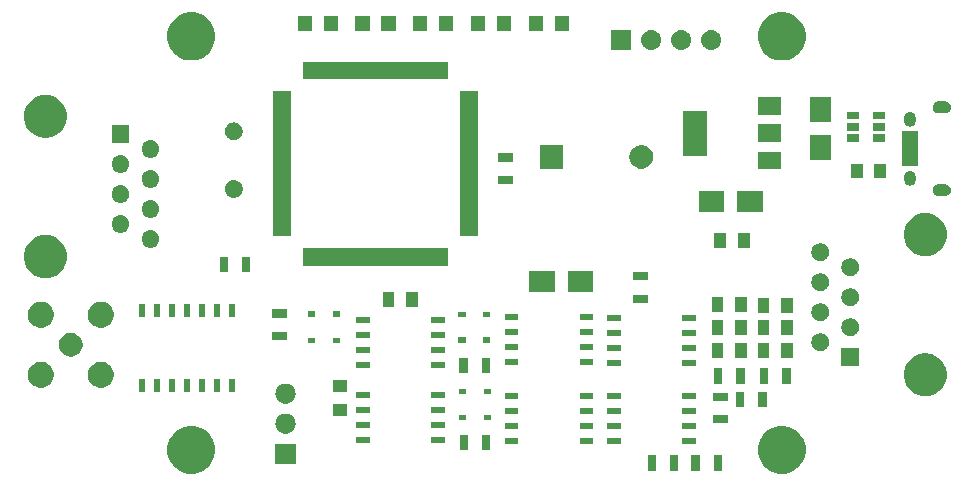
<source format=gts>
G04 #@! TF.GenerationSoftware,KiCad,Pcbnew,5.0.1*
G04 #@! TF.CreationDate,2019-03-19T18:21:43+03:00*
G04 #@! TF.ProjectId,gps-timestamper,6770732D74696D657374616D7065722E,rev?*
G04 #@! TF.SameCoordinates,Original*
G04 #@! TF.FileFunction,Soldermask,Top*
G04 #@! TF.FilePolarity,Negative*
%FSLAX46Y46*%
G04 Gerber Fmt 4.6, Leading zero omitted, Abs format (unit mm)*
G04 Created by KiCad (PCBNEW 5.0.1) date Вт 19 мар 2019 18:21:43*
%MOMM*%
%LPD*%
G01*
G04 APERTURE LIST*
%ADD10C,0.100000*%
G04 APERTURE END LIST*
D10*
G36*
X88592712Y-58546088D02*
X88962510Y-58699263D01*
X88962513Y-58699265D01*
X89295325Y-58921643D01*
X89578357Y-59204675D01*
X89709537Y-59401000D01*
X89800737Y-59537490D01*
X89953912Y-59907288D01*
X90032000Y-60299864D01*
X90032000Y-60700136D01*
X89953912Y-61092712D01*
X89800737Y-61462510D01*
X89800735Y-61462513D01*
X89578357Y-61795325D01*
X89295325Y-62078357D01*
X88962513Y-62300735D01*
X88962510Y-62300737D01*
X88592712Y-62453912D01*
X88200136Y-62532000D01*
X87799864Y-62532000D01*
X87407288Y-62453912D01*
X87037490Y-62300737D01*
X87037487Y-62300735D01*
X86704675Y-62078357D01*
X86421643Y-61795325D01*
X86199265Y-61462513D01*
X86199263Y-61462510D01*
X86046088Y-61092712D01*
X85968000Y-60700136D01*
X85968000Y-60299864D01*
X86046088Y-59907288D01*
X86199263Y-59537490D01*
X86290463Y-59401000D01*
X86421643Y-59204675D01*
X86704675Y-58921643D01*
X87037487Y-58699265D01*
X87037490Y-58699263D01*
X87407288Y-58546088D01*
X87799864Y-58468000D01*
X88200136Y-58468000D01*
X88592712Y-58546088D01*
X88592712Y-58546088D01*
G37*
G36*
X38592712Y-58546088D02*
X38962510Y-58699263D01*
X38962513Y-58699265D01*
X39295325Y-58921643D01*
X39578357Y-59204675D01*
X39709537Y-59401000D01*
X39800737Y-59537490D01*
X39953912Y-59907288D01*
X40032000Y-60299864D01*
X40032000Y-60700136D01*
X39953912Y-61092712D01*
X39800737Y-61462510D01*
X39800735Y-61462513D01*
X39578357Y-61795325D01*
X39295325Y-62078357D01*
X38962513Y-62300735D01*
X38962510Y-62300737D01*
X38592712Y-62453912D01*
X38200136Y-62532000D01*
X37799864Y-62532000D01*
X37407288Y-62453912D01*
X37037490Y-62300737D01*
X37037487Y-62300735D01*
X36704675Y-62078357D01*
X36421643Y-61795325D01*
X36199265Y-61462513D01*
X36199263Y-61462510D01*
X36046088Y-61092712D01*
X35968000Y-60700136D01*
X35968000Y-60299864D01*
X36046088Y-59907288D01*
X36199263Y-59537490D01*
X36290463Y-59401000D01*
X36421643Y-59204675D01*
X36704675Y-58921643D01*
X37037487Y-58699265D01*
X37037490Y-58699263D01*
X37407288Y-58546088D01*
X37799864Y-58468000D01*
X38200136Y-58468000D01*
X38592712Y-58546088D01*
X38592712Y-58546088D01*
G37*
G36*
X82950800Y-62270400D02*
X82250800Y-62270400D01*
X82250800Y-60970400D01*
X82950800Y-60970400D01*
X82950800Y-62270400D01*
X82950800Y-62270400D01*
G37*
G36*
X77342400Y-62270400D02*
X76642400Y-62270400D01*
X76642400Y-60970400D01*
X77342400Y-60970400D01*
X77342400Y-62270400D01*
X77342400Y-62270400D01*
G37*
G36*
X79242400Y-62270400D02*
X78542400Y-62270400D01*
X78542400Y-60970400D01*
X79242400Y-60970400D01*
X79242400Y-62270400D01*
X79242400Y-62270400D01*
G37*
G36*
X81050800Y-62270400D02*
X80350800Y-62270400D01*
X80350800Y-60970400D01*
X81050800Y-60970400D01*
X81050800Y-62270400D01*
X81050800Y-62270400D01*
G37*
G36*
X46830000Y-61670000D02*
X45130000Y-61670000D01*
X45130000Y-59970000D01*
X46830000Y-59970000D01*
X46830000Y-61670000D01*
X46830000Y-61670000D01*
G37*
G36*
X61426800Y-60543200D02*
X60726800Y-60543200D01*
X60726800Y-59243200D01*
X61426800Y-59243200D01*
X61426800Y-60543200D01*
X61426800Y-60543200D01*
G37*
G36*
X63326800Y-60543200D02*
X62626800Y-60543200D01*
X62626800Y-59243200D01*
X63326800Y-59243200D01*
X63326800Y-60543200D01*
X63326800Y-60543200D01*
G37*
G36*
X74358500Y-59969400D02*
X73215500Y-59969400D01*
X73215500Y-59461400D01*
X74358500Y-59461400D01*
X74358500Y-59969400D01*
X74358500Y-59969400D01*
G37*
G36*
X80708500Y-59969400D02*
X79565500Y-59969400D01*
X79565500Y-59461400D01*
X80708500Y-59461400D01*
X80708500Y-59969400D01*
X80708500Y-59969400D01*
G37*
G36*
X72021700Y-59969400D02*
X70878700Y-59969400D01*
X70878700Y-59461400D01*
X72021700Y-59461400D01*
X72021700Y-59969400D01*
X72021700Y-59969400D01*
G37*
G36*
X65671700Y-59969400D02*
X64528700Y-59969400D01*
X64528700Y-59461400D01*
X65671700Y-59461400D01*
X65671700Y-59969400D01*
X65671700Y-59969400D01*
G37*
G36*
X59446500Y-59909000D02*
X58303500Y-59909000D01*
X58303500Y-59401000D01*
X59446500Y-59401000D01*
X59446500Y-59909000D01*
X59446500Y-59909000D01*
G37*
G36*
X53096500Y-59909000D02*
X51953500Y-59909000D01*
X51953500Y-59401000D01*
X53096500Y-59401000D01*
X53096500Y-59909000D01*
X53096500Y-59909000D01*
G37*
G36*
X46146630Y-57442299D02*
X46306855Y-57490903D01*
X46454520Y-57569831D01*
X46583949Y-57676051D01*
X46690169Y-57805480D01*
X46769097Y-57953145D01*
X46817701Y-58113370D01*
X46834112Y-58280000D01*
X46817701Y-58446630D01*
X46769097Y-58606855D01*
X46690169Y-58754520D01*
X46583949Y-58883949D01*
X46454520Y-58990169D01*
X46306855Y-59069097D01*
X46146630Y-59117701D01*
X46021752Y-59130000D01*
X45938248Y-59130000D01*
X45813370Y-59117701D01*
X45653145Y-59069097D01*
X45505480Y-58990169D01*
X45376051Y-58883949D01*
X45269831Y-58754520D01*
X45190903Y-58606855D01*
X45142299Y-58446630D01*
X45125888Y-58280000D01*
X45142299Y-58113370D01*
X45190903Y-57953145D01*
X45269831Y-57805480D01*
X45376051Y-57676051D01*
X45505480Y-57569831D01*
X45653145Y-57490903D01*
X45813370Y-57442299D01*
X45938248Y-57430000D01*
X46021752Y-57430000D01*
X46146630Y-57442299D01*
X46146630Y-57442299D01*
G37*
G36*
X80708500Y-58699400D02*
X79565500Y-58699400D01*
X79565500Y-58191400D01*
X80708500Y-58191400D01*
X80708500Y-58699400D01*
X80708500Y-58699400D01*
G37*
G36*
X72021700Y-58699400D02*
X70878700Y-58699400D01*
X70878700Y-58191400D01*
X72021700Y-58191400D01*
X72021700Y-58699400D01*
X72021700Y-58699400D01*
G37*
G36*
X65671700Y-58699400D02*
X64528700Y-58699400D01*
X64528700Y-58191400D01*
X65671700Y-58191400D01*
X65671700Y-58699400D01*
X65671700Y-58699400D01*
G37*
G36*
X74358500Y-58699400D02*
X73215500Y-58699400D01*
X73215500Y-58191400D01*
X74358500Y-58191400D01*
X74358500Y-58699400D01*
X74358500Y-58699400D01*
G37*
G36*
X59446500Y-58639000D02*
X58303500Y-58639000D01*
X58303500Y-58131000D01*
X59446500Y-58131000D01*
X59446500Y-58639000D01*
X59446500Y-58639000D01*
G37*
G36*
X53096500Y-58639000D02*
X51953500Y-58639000D01*
X51953500Y-58131000D01*
X53096500Y-58131000D01*
X53096500Y-58639000D01*
X53096500Y-58639000D01*
G37*
G36*
X83454000Y-58257000D02*
X82154000Y-58257000D01*
X82154000Y-57557000D01*
X83454000Y-57557000D01*
X83454000Y-58257000D01*
X83454000Y-58257000D01*
G37*
G36*
X61276800Y-57984600D02*
X60676800Y-57984600D01*
X60676800Y-57534600D01*
X61276800Y-57534600D01*
X61276800Y-57984600D01*
X61276800Y-57984600D01*
G37*
G36*
X63376800Y-57984600D02*
X62776800Y-57984600D01*
X62776800Y-57534600D01*
X63376800Y-57534600D01*
X63376800Y-57984600D01*
X63376800Y-57984600D01*
G37*
G36*
X51225000Y-57600000D02*
X49975000Y-57600000D01*
X49975000Y-56600000D01*
X51225000Y-56600000D01*
X51225000Y-57600000D01*
X51225000Y-57600000D01*
G37*
G36*
X72021700Y-57429400D02*
X70878700Y-57429400D01*
X70878700Y-56921400D01*
X72021700Y-56921400D01*
X72021700Y-57429400D01*
X72021700Y-57429400D01*
G37*
G36*
X65671700Y-57429400D02*
X64528700Y-57429400D01*
X64528700Y-56921400D01*
X65671700Y-56921400D01*
X65671700Y-57429400D01*
X65671700Y-57429400D01*
G37*
G36*
X74358500Y-57429400D02*
X73215500Y-57429400D01*
X73215500Y-56921400D01*
X74358500Y-56921400D01*
X74358500Y-57429400D01*
X74358500Y-57429400D01*
G37*
G36*
X80708500Y-57429400D02*
X79565500Y-57429400D01*
X79565500Y-56921400D01*
X80708500Y-56921400D01*
X80708500Y-57429400D01*
X80708500Y-57429400D01*
G37*
G36*
X59446500Y-57369000D02*
X58303500Y-57369000D01*
X58303500Y-56861000D01*
X59446500Y-56861000D01*
X59446500Y-57369000D01*
X59446500Y-57369000D01*
G37*
G36*
X53096500Y-57369000D02*
X51953500Y-57369000D01*
X51953500Y-56861000D01*
X53096500Y-56861000D01*
X53096500Y-57369000D01*
X53096500Y-57369000D01*
G37*
G36*
X86710000Y-56911000D02*
X86010000Y-56911000D01*
X86010000Y-55611000D01*
X86710000Y-55611000D01*
X86710000Y-56911000D01*
X86710000Y-56911000D01*
G37*
G36*
X84810000Y-56911000D02*
X84110000Y-56911000D01*
X84110000Y-55611000D01*
X84810000Y-55611000D01*
X84810000Y-56911000D01*
X84810000Y-56911000D01*
G37*
G36*
X46146630Y-54902299D02*
X46306855Y-54950903D01*
X46454520Y-55029831D01*
X46583949Y-55136051D01*
X46690169Y-55265480D01*
X46769097Y-55413145D01*
X46817701Y-55573370D01*
X46834112Y-55740000D01*
X46817701Y-55906630D01*
X46769097Y-56066855D01*
X46690169Y-56214520D01*
X46583949Y-56343949D01*
X46454520Y-56450169D01*
X46306855Y-56529097D01*
X46146630Y-56577701D01*
X46021752Y-56590000D01*
X45938248Y-56590000D01*
X45813370Y-56577701D01*
X45653145Y-56529097D01*
X45505480Y-56450169D01*
X45376051Y-56343949D01*
X45269831Y-56214520D01*
X45190903Y-56066855D01*
X45142299Y-55906630D01*
X45125888Y-55740000D01*
X45142299Y-55573370D01*
X45190903Y-55413145D01*
X45269831Y-55265480D01*
X45376051Y-55136051D01*
X45505480Y-55029831D01*
X45653145Y-54950903D01*
X45813370Y-54902299D01*
X45938248Y-54890000D01*
X46021752Y-54890000D01*
X46146630Y-54902299D01*
X46146630Y-54902299D01*
G37*
G36*
X83454000Y-56357000D02*
X82154000Y-56357000D01*
X82154000Y-55657000D01*
X83454000Y-55657000D01*
X83454000Y-56357000D01*
X83454000Y-56357000D01*
G37*
G36*
X80708500Y-56159400D02*
X79565500Y-56159400D01*
X79565500Y-55651400D01*
X80708500Y-55651400D01*
X80708500Y-56159400D01*
X80708500Y-56159400D01*
G37*
G36*
X72021700Y-56159400D02*
X70878700Y-56159400D01*
X70878700Y-55651400D01*
X72021700Y-55651400D01*
X72021700Y-56159400D01*
X72021700Y-56159400D01*
G37*
G36*
X74358500Y-56159400D02*
X73215500Y-56159400D01*
X73215500Y-55651400D01*
X74358500Y-55651400D01*
X74358500Y-56159400D01*
X74358500Y-56159400D01*
G37*
G36*
X65671700Y-56159400D02*
X64528700Y-56159400D01*
X64528700Y-55651400D01*
X65671700Y-55651400D01*
X65671700Y-56159400D01*
X65671700Y-56159400D01*
G37*
G36*
X59446500Y-56099000D02*
X58303500Y-56099000D01*
X58303500Y-55591000D01*
X59446500Y-55591000D01*
X59446500Y-56099000D01*
X59446500Y-56099000D01*
G37*
G36*
X53096500Y-56099000D02*
X51953500Y-56099000D01*
X51953500Y-55591000D01*
X53096500Y-55591000D01*
X53096500Y-56099000D01*
X53096500Y-56099000D01*
G37*
G36*
X100506040Y-52350067D02*
X100682333Y-52385134D01*
X101014461Y-52522706D01*
X101264834Y-52690000D01*
X101313372Y-52722432D01*
X101567568Y-52976628D01*
X101567570Y-52976631D01*
X101767294Y-53275539D01*
X101904866Y-53607667D01*
X101975000Y-53960253D01*
X101975000Y-54319747D01*
X101904866Y-54672333D01*
X101767294Y-55004461D01*
X101638158Y-55197727D01*
X101567568Y-55303372D01*
X101313372Y-55557568D01*
X101313369Y-55557570D01*
X101014461Y-55757294D01*
X100682333Y-55894866D01*
X100506040Y-55929933D01*
X100329748Y-55965000D01*
X99970252Y-55965000D01*
X99793960Y-55929933D01*
X99617667Y-55894866D01*
X99285539Y-55757294D01*
X98986631Y-55557570D01*
X98986628Y-55557568D01*
X98732432Y-55303372D01*
X98661842Y-55197727D01*
X98532706Y-55004461D01*
X98395134Y-54672333D01*
X98325000Y-54319747D01*
X98325000Y-53960253D01*
X98395134Y-53607667D01*
X98532706Y-53275539D01*
X98732430Y-52976631D01*
X98732432Y-52976628D01*
X98986628Y-52722432D01*
X99035166Y-52690000D01*
X99285539Y-52522706D01*
X99617667Y-52385134D01*
X99793960Y-52350067D01*
X99970252Y-52315000D01*
X100329748Y-52315000D01*
X100506040Y-52350067D01*
X100506040Y-52350067D01*
G37*
G36*
X61276800Y-55800200D02*
X60676800Y-55800200D01*
X60676800Y-55350200D01*
X61276800Y-55350200D01*
X61276800Y-55800200D01*
X61276800Y-55800200D01*
G37*
G36*
X63376800Y-55800200D02*
X62776800Y-55800200D01*
X62776800Y-55350200D01*
X63376800Y-55350200D01*
X63376800Y-55800200D01*
X63376800Y-55800200D01*
G37*
G36*
X40394000Y-55619500D02*
X39886000Y-55619500D01*
X39886000Y-54476500D01*
X40394000Y-54476500D01*
X40394000Y-55619500D01*
X40394000Y-55619500D01*
G37*
G36*
X36584000Y-55619500D02*
X36076000Y-55619500D01*
X36076000Y-54476500D01*
X36584000Y-54476500D01*
X36584000Y-55619500D01*
X36584000Y-55619500D01*
G37*
G36*
X35314000Y-55619500D02*
X34806000Y-55619500D01*
X34806000Y-54476500D01*
X35314000Y-54476500D01*
X35314000Y-55619500D01*
X35314000Y-55619500D01*
G37*
G36*
X41664000Y-55619500D02*
X41156000Y-55619500D01*
X41156000Y-54476500D01*
X41664000Y-54476500D01*
X41664000Y-55619500D01*
X41664000Y-55619500D01*
G37*
G36*
X34044000Y-55619500D02*
X33536000Y-55619500D01*
X33536000Y-54476500D01*
X34044000Y-54476500D01*
X34044000Y-55619500D01*
X34044000Y-55619500D01*
G37*
G36*
X37854000Y-55619500D02*
X37346000Y-55619500D01*
X37346000Y-54476500D01*
X37854000Y-54476500D01*
X37854000Y-55619500D01*
X37854000Y-55619500D01*
G37*
G36*
X39124000Y-55619500D02*
X38616000Y-55619500D01*
X38616000Y-54476500D01*
X39124000Y-54476500D01*
X39124000Y-55619500D01*
X39124000Y-55619500D01*
G37*
G36*
X51225000Y-55600000D02*
X49975000Y-55600000D01*
X49975000Y-54600000D01*
X51225000Y-54600000D01*
X51225000Y-55600000D01*
X51225000Y-55600000D01*
G37*
G36*
X30660857Y-53082272D02*
X30861042Y-53165191D01*
X30861045Y-53165193D01*
X31026191Y-53275540D01*
X31041213Y-53285578D01*
X31194422Y-53438787D01*
X31314809Y-53618958D01*
X31397728Y-53819143D01*
X31440000Y-54031658D01*
X31440000Y-54248342D01*
X31397728Y-54460857D01*
X31314809Y-54661042D01*
X31194422Y-54841213D01*
X31041213Y-54994422D01*
X31041210Y-54994424D01*
X31041209Y-54994425D01*
X30861045Y-55114807D01*
X30861042Y-55114809D01*
X30660857Y-55197728D01*
X30448342Y-55240000D01*
X30231658Y-55240000D01*
X30019143Y-55197728D01*
X29818958Y-55114809D01*
X29818955Y-55114807D01*
X29638791Y-54994425D01*
X29638790Y-54994424D01*
X29638787Y-54994422D01*
X29485578Y-54841213D01*
X29365191Y-54661042D01*
X29282272Y-54460857D01*
X29240000Y-54248342D01*
X29240000Y-54031658D01*
X29282272Y-53819143D01*
X29365191Y-53618958D01*
X29485578Y-53438787D01*
X29638787Y-53285578D01*
X29653810Y-53275540D01*
X29818955Y-53165193D01*
X29818958Y-53165191D01*
X30019143Y-53082272D01*
X30231658Y-53040000D01*
X30448342Y-53040000D01*
X30660857Y-53082272D01*
X30660857Y-53082272D01*
G37*
G36*
X25580857Y-53082272D02*
X25781042Y-53165191D01*
X25781045Y-53165193D01*
X25946191Y-53275540D01*
X25961213Y-53285578D01*
X26114422Y-53438787D01*
X26234809Y-53618958D01*
X26317728Y-53819143D01*
X26360000Y-54031658D01*
X26360000Y-54248342D01*
X26317728Y-54460857D01*
X26234809Y-54661042D01*
X26114422Y-54841213D01*
X25961213Y-54994422D01*
X25961210Y-54994424D01*
X25961209Y-54994425D01*
X25781045Y-55114807D01*
X25781042Y-55114809D01*
X25580857Y-55197728D01*
X25368342Y-55240000D01*
X25151658Y-55240000D01*
X24939143Y-55197728D01*
X24738958Y-55114809D01*
X24738955Y-55114807D01*
X24558791Y-54994425D01*
X24558790Y-54994424D01*
X24558787Y-54994422D01*
X24405578Y-54841213D01*
X24285191Y-54661042D01*
X24202272Y-54460857D01*
X24160000Y-54248342D01*
X24160000Y-54031658D01*
X24202272Y-53819143D01*
X24285191Y-53618958D01*
X24405578Y-53438787D01*
X24558787Y-53285578D01*
X24573810Y-53275540D01*
X24738955Y-53165193D01*
X24738958Y-53165191D01*
X24939143Y-53082272D01*
X25151658Y-53040000D01*
X25368342Y-53040000D01*
X25580857Y-53082272D01*
X25580857Y-53082272D01*
G37*
G36*
X84850000Y-54900000D02*
X84150000Y-54900000D01*
X84150000Y-53600000D01*
X84850000Y-53600000D01*
X84850000Y-54900000D01*
X84850000Y-54900000D01*
G37*
G36*
X88750000Y-54900000D02*
X88050000Y-54900000D01*
X88050000Y-53600000D01*
X88750000Y-53600000D01*
X88750000Y-54900000D01*
X88750000Y-54900000D01*
G37*
G36*
X86850000Y-54900000D02*
X86150000Y-54900000D01*
X86150000Y-53600000D01*
X86850000Y-53600000D01*
X86850000Y-54900000D01*
X86850000Y-54900000D01*
G37*
G36*
X82950000Y-54900000D02*
X82250000Y-54900000D01*
X82250000Y-53600000D01*
X82950000Y-53600000D01*
X82950000Y-54900000D01*
X82950000Y-54900000D01*
G37*
G36*
X63291200Y-53990000D02*
X62591200Y-53990000D01*
X62591200Y-52690000D01*
X63291200Y-52690000D01*
X63291200Y-53990000D01*
X63291200Y-53990000D01*
G37*
G36*
X61391200Y-53990000D02*
X60691200Y-53990000D01*
X60691200Y-52690000D01*
X61391200Y-52690000D01*
X61391200Y-53990000D01*
X61391200Y-53990000D01*
G37*
G36*
X53096500Y-53559000D02*
X51953500Y-53559000D01*
X51953500Y-53051000D01*
X53096500Y-53051000D01*
X53096500Y-53559000D01*
X53096500Y-53559000D01*
G37*
G36*
X59446500Y-53559000D02*
X58303500Y-53559000D01*
X58303500Y-53051000D01*
X59446500Y-53051000D01*
X59446500Y-53559000D01*
X59446500Y-53559000D01*
G37*
G36*
X94550000Y-53400000D02*
X93050000Y-53400000D01*
X93050000Y-51900000D01*
X94550000Y-51900000D01*
X94550000Y-53400000D01*
X94550000Y-53400000D01*
G37*
G36*
X80708500Y-53365400D02*
X79565500Y-53365400D01*
X79565500Y-52857400D01*
X80708500Y-52857400D01*
X80708500Y-53365400D01*
X80708500Y-53365400D01*
G37*
G36*
X74358500Y-53365400D02*
X73215500Y-53365400D01*
X73215500Y-52857400D01*
X74358500Y-52857400D01*
X74358500Y-53365400D01*
X74358500Y-53365400D01*
G37*
G36*
X72021700Y-53314600D02*
X70878700Y-53314600D01*
X70878700Y-52806600D01*
X72021700Y-52806600D01*
X72021700Y-53314600D01*
X72021700Y-53314600D01*
G37*
G36*
X65671700Y-53314600D02*
X64528700Y-53314600D01*
X64528700Y-52806600D01*
X65671700Y-52806600D01*
X65671700Y-53314600D01*
X65671700Y-53314600D01*
G37*
G36*
X86950000Y-52725000D02*
X85950000Y-52725000D01*
X85950000Y-51475000D01*
X86950000Y-51475000D01*
X86950000Y-52725000D01*
X86950000Y-52725000D01*
G37*
G36*
X88950000Y-52725000D02*
X87950000Y-52725000D01*
X87950000Y-51475000D01*
X88950000Y-51475000D01*
X88950000Y-52725000D01*
X88950000Y-52725000D01*
G37*
G36*
X83050000Y-52725000D02*
X82050000Y-52725000D01*
X82050000Y-51475000D01*
X83050000Y-51475000D01*
X83050000Y-52725000D01*
X83050000Y-52725000D01*
G37*
G36*
X85050000Y-52725000D02*
X84050000Y-52725000D01*
X84050000Y-51475000D01*
X85050000Y-51475000D01*
X85050000Y-52725000D01*
X85050000Y-52725000D01*
G37*
G36*
X27975770Y-50615372D02*
X28091689Y-50638429D01*
X28273678Y-50713811D01*
X28437463Y-50823249D01*
X28576751Y-50962537D01*
X28686189Y-51126322D01*
X28761571Y-51308311D01*
X28800000Y-51501509D01*
X28800000Y-51698491D01*
X28761571Y-51891689D01*
X28686189Y-52073678D01*
X28576751Y-52237463D01*
X28437463Y-52376751D01*
X28273678Y-52486189D01*
X28091689Y-52561571D01*
X27975770Y-52584628D01*
X27898493Y-52600000D01*
X27701507Y-52600000D01*
X27624230Y-52584628D01*
X27508311Y-52561571D01*
X27326322Y-52486189D01*
X27162537Y-52376751D01*
X27023249Y-52237463D01*
X26913811Y-52073678D01*
X26838429Y-51891689D01*
X26800000Y-51698491D01*
X26800000Y-51501509D01*
X26838429Y-51308311D01*
X26913811Y-51126322D01*
X27023249Y-50962537D01*
X27162537Y-50823249D01*
X27326322Y-50713811D01*
X27508311Y-50638429D01*
X27624230Y-50615372D01*
X27701507Y-50600000D01*
X27898493Y-50600000D01*
X27975770Y-50615372D01*
X27975770Y-50615372D01*
G37*
G36*
X53096500Y-52289000D02*
X51953500Y-52289000D01*
X51953500Y-51781000D01*
X53096500Y-51781000D01*
X53096500Y-52289000D01*
X53096500Y-52289000D01*
G37*
G36*
X59446500Y-52289000D02*
X58303500Y-52289000D01*
X58303500Y-51781000D01*
X59446500Y-51781000D01*
X59446500Y-52289000D01*
X59446500Y-52289000D01*
G37*
G36*
X91406318Y-50644411D02*
X91478767Y-50658822D01*
X91535303Y-50682240D01*
X91615257Y-50715358D01*
X91738100Y-50797439D01*
X91842561Y-50901900D01*
X91924642Y-51024743D01*
X91981178Y-51161234D01*
X92010000Y-51306130D01*
X92010000Y-51453870D01*
X91981178Y-51598766D01*
X91924642Y-51735257D01*
X91842561Y-51858100D01*
X91738100Y-51962561D01*
X91615257Y-52044642D01*
X91545157Y-52073678D01*
X91478767Y-52101178D01*
X91406318Y-52115589D01*
X91333870Y-52130000D01*
X91186130Y-52130000D01*
X91113682Y-52115589D01*
X91041233Y-52101178D01*
X90974843Y-52073678D01*
X90904743Y-52044642D01*
X90781900Y-51962561D01*
X90677439Y-51858100D01*
X90595358Y-51735257D01*
X90538822Y-51598766D01*
X90510000Y-51453870D01*
X90510000Y-51306130D01*
X90538822Y-51161234D01*
X90595358Y-51024743D01*
X90677439Y-50901900D01*
X90781900Y-50797439D01*
X90904743Y-50715358D01*
X90984697Y-50682240D01*
X91041233Y-50658822D01*
X91113682Y-50644411D01*
X91186130Y-50630000D01*
X91333870Y-50630000D01*
X91406318Y-50644411D01*
X91406318Y-50644411D01*
G37*
G36*
X80708500Y-52095400D02*
X79565500Y-52095400D01*
X79565500Y-51587400D01*
X80708500Y-51587400D01*
X80708500Y-52095400D01*
X80708500Y-52095400D01*
G37*
G36*
X74358500Y-52095400D02*
X73215500Y-52095400D01*
X73215500Y-51587400D01*
X74358500Y-51587400D01*
X74358500Y-52095400D01*
X74358500Y-52095400D01*
G37*
G36*
X72021700Y-52044600D02*
X70878700Y-52044600D01*
X70878700Y-51536600D01*
X72021700Y-51536600D01*
X72021700Y-52044600D01*
X72021700Y-52044600D01*
G37*
G36*
X65671700Y-52044600D02*
X64528700Y-52044600D01*
X64528700Y-51536600D01*
X65671700Y-51536600D01*
X65671700Y-52044600D01*
X65671700Y-52044600D01*
G37*
G36*
X50600000Y-51475000D02*
X50000000Y-51475000D01*
X50000000Y-51025000D01*
X50600000Y-51025000D01*
X50600000Y-51475000D01*
X50600000Y-51475000D01*
G37*
G36*
X48500000Y-51475000D02*
X47900000Y-51475000D01*
X47900000Y-51025000D01*
X48500000Y-51025000D01*
X48500000Y-51475000D01*
X48500000Y-51475000D01*
G37*
G36*
X61226000Y-51431400D02*
X60626000Y-51431400D01*
X60626000Y-50981400D01*
X61226000Y-50981400D01*
X61226000Y-51431400D01*
X61226000Y-51431400D01*
G37*
G36*
X63326000Y-51431400D02*
X62726000Y-51431400D01*
X62726000Y-50981400D01*
X63326000Y-50981400D01*
X63326000Y-51431400D01*
X63326000Y-51431400D01*
G37*
G36*
X46150000Y-51200000D02*
X44850000Y-51200000D01*
X44850000Y-50500000D01*
X46150000Y-50500000D01*
X46150000Y-51200000D01*
X46150000Y-51200000D01*
G37*
G36*
X59446500Y-51019000D02*
X58303500Y-51019000D01*
X58303500Y-50511000D01*
X59446500Y-50511000D01*
X59446500Y-51019000D01*
X59446500Y-51019000D01*
G37*
G36*
X53096500Y-51019000D02*
X51953500Y-51019000D01*
X51953500Y-50511000D01*
X53096500Y-50511000D01*
X53096500Y-51019000D01*
X53096500Y-51019000D01*
G37*
G36*
X93946318Y-49374411D02*
X94018767Y-49388822D01*
X94075303Y-49412240D01*
X94155257Y-49445358D01*
X94278100Y-49527439D01*
X94382561Y-49631900D01*
X94464642Y-49754743D01*
X94497760Y-49834697D01*
X94521178Y-49891233D01*
X94525791Y-49914425D01*
X94550000Y-50036130D01*
X94550000Y-50183870D01*
X94521178Y-50328766D01*
X94464642Y-50465257D01*
X94382561Y-50588100D01*
X94278100Y-50692561D01*
X94155257Y-50774642D01*
X94075303Y-50807760D01*
X94018767Y-50831178D01*
X93946318Y-50845589D01*
X93873870Y-50860000D01*
X93726130Y-50860000D01*
X93653682Y-50845589D01*
X93581233Y-50831178D01*
X93524697Y-50807760D01*
X93444743Y-50774642D01*
X93321900Y-50692561D01*
X93217439Y-50588100D01*
X93135358Y-50465257D01*
X93078822Y-50328766D01*
X93050000Y-50183870D01*
X93050000Y-50036130D01*
X93074209Y-49914425D01*
X93078822Y-49891233D01*
X93102240Y-49834697D01*
X93135358Y-49754743D01*
X93217439Y-49631900D01*
X93321900Y-49527439D01*
X93444743Y-49445358D01*
X93524697Y-49412240D01*
X93581233Y-49388822D01*
X93653682Y-49374411D01*
X93726130Y-49360000D01*
X93873870Y-49360000D01*
X93946318Y-49374411D01*
X93946318Y-49374411D01*
G37*
G36*
X74358500Y-50825400D02*
X73215500Y-50825400D01*
X73215500Y-50317400D01*
X74358500Y-50317400D01*
X74358500Y-50825400D01*
X74358500Y-50825400D01*
G37*
G36*
X80708500Y-50825400D02*
X79565500Y-50825400D01*
X79565500Y-50317400D01*
X80708500Y-50317400D01*
X80708500Y-50825400D01*
X80708500Y-50825400D01*
G37*
G36*
X85050000Y-50775000D02*
X84050000Y-50775000D01*
X84050000Y-49525000D01*
X85050000Y-49525000D01*
X85050000Y-50775000D01*
X85050000Y-50775000D01*
G37*
G36*
X83050000Y-50775000D02*
X82050000Y-50775000D01*
X82050000Y-49525000D01*
X83050000Y-49525000D01*
X83050000Y-50775000D01*
X83050000Y-50775000D01*
G37*
G36*
X86950000Y-50775000D02*
X85950000Y-50775000D01*
X85950000Y-49525000D01*
X86950000Y-49525000D01*
X86950000Y-50775000D01*
X86950000Y-50775000D01*
G37*
G36*
X88950000Y-50775000D02*
X87950000Y-50775000D01*
X87950000Y-49525000D01*
X88950000Y-49525000D01*
X88950000Y-50775000D01*
X88950000Y-50775000D01*
G37*
G36*
X72021700Y-50774600D02*
X70878700Y-50774600D01*
X70878700Y-50266600D01*
X72021700Y-50266600D01*
X72021700Y-50774600D01*
X72021700Y-50774600D01*
G37*
G36*
X65671700Y-50774600D02*
X64528700Y-50774600D01*
X64528700Y-50266600D01*
X65671700Y-50266600D01*
X65671700Y-50774600D01*
X65671700Y-50774600D01*
G37*
G36*
X25580857Y-48002272D02*
X25781042Y-48085191D01*
X25781045Y-48085193D01*
X25915988Y-48175359D01*
X25961213Y-48205578D01*
X26114422Y-48358787D01*
X26114424Y-48358790D01*
X26114425Y-48358791D01*
X26198583Y-48484742D01*
X26234809Y-48538958D01*
X26317728Y-48739143D01*
X26360000Y-48951658D01*
X26360000Y-49168342D01*
X26317728Y-49380857D01*
X26234809Y-49581042D01*
X26114422Y-49761213D01*
X25961213Y-49914422D01*
X25781042Y-50034809D01*
X25580857Y-50117728D01*
X25368342Y-50160000D01*
X25151658Y-50160000D01*
X24939143Y-50117728D01*
X24738958Y-50034809D01*
X24558787Y-49914422D01*
X24405578Y-49761213D01*
X24285191Y-49581042D01*
X24202272Y-49380857D01*
X24160000Y-49168342D01*
X24160000Y-48951658D01*
X24202272Y-48739143D01*
X24285191Y-48538958D01*
X24321417Y-48484742D01*
X24405575Y-48358791D01*
X24405576Y-48358790D01*
X24405578Y-48358787D01*
X24558787Y-48205578D01*
X24604013Y-48175359D01*
X24738955Y-48085193D01*
X24738958Y-48085191D01*
X24939143Y-48002272D01*
X25151658Y-47960000D01*
X25368342Y-47960000D01*
X25580857Y-48002272D01*
X25580857Y-48002272D01*
G37*
G36*
X30660857Y-48002272D02*
X30861042Y-48085191D01*
X30861045Y-48085193D01*
X30995988Y-48175359D01*
X31041213Y-48205578D01*
X31194422Y-48358787D01*
X31194424Y-48358790D01*
X31194425Y-48358791D01*
X31278583Y-48484742D01*
X31314809Y-48538958D01*
X31397728Y-48739143D01*
X31440000Y-48951658D01*
X31440000Y-49168342D01*
X31397728Y-49380857D01*
X31314809Y-49581042D01*
X31194422Y-49761213D01*
X31041213Y-49914422D01*
X30861042Y-50034809D01*
X30660857Y-50117728D01*
X30448342Y-50160000D01*
X30231658Y-50160000D01*
X30019143Y-50117728D01*
X29818958Y-50034809D01*
X29638787Y-49914422D01*
X29485578Y-49761213D01*
X29365191Y-49581042D01*
X29282272Y-49380857D01*
X29240000Y-49168342D01*
X29240000Y-48951658D01*
X29282272Y-48739143D01*
X29365191Y-48538958D01*
X29401417Y-48484742D01*
X29485575Y-48358791D01*
X29485576Y-48358790D01*
X29485578Y-48358787D01*
X29638787Y-48205578D01*
X29684013Y-48175359D01*
X29818955Y-48085193D01*
X29818958Y-48085191D01*
X30019143Y-48002272D01*
X30231658Y-47960000D01*
X30448342Y-47960000D01*
X30660857Y-48002272D01*
X30660857Y-48002272D01*
G37*
G36*
X59446500Y-49749000D02*
X58303500Y-49749000D01*
X58303500Y-49241000D01*
X59446500Y-49241000D01*
X59446500Y-49749000D01*
X59446500Y-49749000D01*
G37*
G36*
X53096500Y-49749000D02*
X51953500Y-49749000D01*
X51953500Y-49241000D01*
X53096500Y-49241000D01*
X53096500Y-49749000D01*
X53096500Y-49749000D01*
G37*
G36*
X91406318Y-48104411D02*
X91478767Y-48118822D01*
X91535303Y-48142240D01*
X91615257Y-48175358D01*
X91738100Y-48257439D01*
X91842561Y-48361900D01*
X91924642Y-48484743D01*
X91981178Y-48621234D01*
X92010000Y-48766130D01*
X92010000Y-48913870D01*
X91981178Y-49058766D01*
X91924642Y-49195257D01*
X91842561Y-49318100D01*
X91738100Y-49422561D01*
X91615257Y-49504642D01*
X91535303Y-49537760D01*
X91478767Y-49561178D01*
X91406318Y-49575589D01*
X91333870Y-49590000D01*
X91186130Y-49590000D01*
X91113682Y-49575589D01*
X91041233Y-49561178D01*
X90984697Y-49537760D01*
X90904743Y-49504642D01*
X90781900Y-49422561D01*
X90677439Y-49318100D01*
X90595358Y-49195257D01*
X90538822Y-49058766D01*
X90510000Y-48913870D01*
X90510000Y-48766130D01*
X90538822Y-48621234D01*
X90595358Y-48484743D01*
X90677439Y-48361900D01*
X90781900Y-48257439D01*
X90904743Y-48175358D01*
X90984697Y-48142240D01*
X91041233Y-48118822D01*
X91113682Y-48104411D01*
X91186130Y-48090000D01*
X91333870Y-48090000D01*
X91406318Y-48104411D01*
X91406318Y-48104411D01*
G37*
G36*
X80708500Y-49555400D02*
X79565500Y-49555400D01*
X79565500Y-49047400D01*
X80708500Y-49047400D01*
X80708500Y-49555400D01*
X80708500Y-49555400D01*
G37*
G36*
X74358500Y-49555400D02*
X73215500Y-49555400D01*
X73215500Y-49047400D01*
X74358500Y-49047400D01*
X74358500Y-49555400D01*
X74358500Y-49555400D01*
G37*
G36*
X72021700Y-49504600D02*
X70878700Y-49504600D01*
X70878700Y-48996600D01*
X72021700Y-48996600D01*
X72021700Y-49504600D01*
X72021700Y-49504600D01*
G37*
G36*
X65671700Y-49504600D02*
X64528700Y-49504600D01*
X64528700Y-48996600D01*
X65671700Y-48996600D01*
X65671700Y-49504600D01*
X65671700Y-49504600D01*
G37*
G36*
X46150000Y-49300000D02*
X44850000Y-49300000D01*
X44850000Y-48600000D01*
X46150000Y-48600000D01*
X46150000Y-49300000D01*
X46150000Y-49300000D01*
G37*
G36*
X39124000Y-49269500D02*
X38616000Y-49269500D01*
X38616000Y-48126500D01*
X39124000Y-48126500D01*
X39124000Y-49269500D01*
X39124000Y-49269500D01*
G37*
G36*
X40394000Y-49269500D02*
X39886000Y-49269500D01*
X39886000Y-48126500D01*
X40394000Y-48126500D01*
X40394000Y-49269500D01*
X40394000Y-49269500D01*
G37*
G36*
X34044000Y-49269500D02*
X33536000Y-49269500D01*
X33536000Y-48126500D01*
X34044000Y-48126500D01*
X34044000Y-49269500D01*
X34044000Y-49269500D01*
G37*
G36*
X35314000Y-49269500D02*
X34806000Y-49269500D01*
X34806000Y-48126500D01*
X35314000Y-48126500D01*
X35314000Y-49269500D01*
X35314000Y-49269500D01*
G37*
G36*
X36584000Y-49269500D02*
X36076000Y-49269500D01*
X36076000Y-48126500D01*
X36584000Y-48126500D01*
X36584000Y-49269500D01*
X36584000Y-49269500D01*
G37*
G36*
X37854000Y-49269500D02*
X37346000Y-49269500D01*
X37346000Y-48126500D01*
X37854000Y-48126500D01*
X37854000Y-49269500D01*
X37854000Y-49269500D01*
G37*
G36*
X41664000Y-49269500D02*
X41156000Y-49269500D01*
X41156000Y-48126500D01*
X41664000Y-48126500D01*
X41664000Y-49269500D01*
X41664000Y-49269500D01*
G37*
G36*
X61226000Y-49247000D02*
X60626000Y-49247000D01*
X60626000Y-48797000D01*
X61226000Y-48797000D01*
X61226000Y-49247000D01*
X61226000Y-49247000D01*
G37*
G36*
X63326000Y-49247000D02*
X62726000Y-49247000D01*
X62726000Y-48797000D01*
X63326000Y-48797000D01*
X63326000Y-49247000D01*
X63326000Y-49247000D01*
G37*
G36*
X48500000Y-49225000D02*
X47900000Y-49225000D01*
X47900000Y-48775000D01*
X48500000Y-48775000D01*
X48500000Y-49225000D01*
X48500000Y-49225000D01*
G37*
G36*
X50600000Y-49225000D02*
X50000000Y-49225000D01*
X50000000Y-48775000D01*
X50600000Y-48775000D01*
X50600000Y-49225000D01*
X50600000Y-49225000D01*
G37*
G36*
X86950000Y-48875000D02*
X85950000Y-48875000D01*
X85950000Y-47625000D01*
X86950000Y-47625000D01*
X86950000Y-48875000D01*
X86950000Y-48875000D01*
G37*
G36*
X88950000Y-48875000D02*
X87950000Y-48875000D01*
X87950000Y-47625000D01*
X88950000Y-47625000D01*
X88950000Y-48875000D01*
X88950000Y-48875000D01*
G37*
G36*
X85050000Y-48825000D02*
X84050000Y-48825000D01*
X84050000Y-47575000D01*
X85050000Y-47575000D01*
X85050000Y-48825000D01*
X85050000Y-48825000D01*
G37*
G36*
X83050000Y-48825000D02*
X82050000Y-48825000D01*
X82050000Y-47575000D01*
X83050000Y-47575000D01*
X83050000Y-48825000D01*
X83050000Y-48825000D01*
G37*
G36*
X57200000Y-48375000D02*
X56200000Y-48375000D01*
X56200000Y-47125000D01*
X57200000Y-47125000D01*
X57200000Y-48375000D01*
X57200000Y-48375000D01*
G37*
G36*
X55200000Y-48375000D02*
X54200000Y-48375000D01*
X54200000Y-47125000D01*
X55200000Y-47125000D01*
X55200000Y-48375000D01*
X55200000Y-48375000D01*
G37*
G36*
X93946318Y-46834411D02*
X94018767Y-46848822D01*
X94075303Y-46872240D01*
X94155257Y-46905358D01*
X94278100Y-46987439D01*
X94382561Y-47091900D01*
X94464642Y-47214743D01*
X94521178Y-47351234D01*
X94550000Y-47496130D01*
X94550000Y-47643870D01*
X94521178Y-47788766D01*
X94464642Y-47925257D01*
X94382561Y-48048100D01*
X94278100Y-48152561D01*
X94155257Y-48234642D01*
X94075303Y-48267760D01*
X94018767Y-48291178D01*
X93946318Y-48305589D01*
X93873870Y-48320000D01*
X93726130Y-48320000D01*
X93653682Y-48305589D01*
X93581233Y-48291178D01*
X93524697Y-48267760D01*
X93444743Y-48234642D01*
X93321900Y-48152561D01*
X93217439Y-48048100D01*
X93135358Y-47925257D01*
X93078822Y-47788766D01*
X93050000Y-47643870D01*
X93050000Y-47496130D01*
X93078822Y-47351234D01*
X93135358Y-47214743D01*
X93217439Y-47091900D01*
X93321900Y-46987439D01*
X93444743Y-46905358D01*
X93524697Y-46872240D01*
X93581233Y-46848822D01*
X93653682Y-46834411D01*
X93726130Y-46820000D01*
X93873870Y-46820000D01*
X93946318Y-46834411D01*
X93946318Y-46834411D01*
G37*
G36*
X76700000Y-48050000D02*
X75400000Y-48050000D01*
X75400000Y-47350000D01*
X76700000Y-47350000D01*
X76700000Y-48050000D01*
X76700000Y-48050000D01*
G37*
G36*
X68790000Y-47150000D02*
X66640000Y-47150000D01*
X66640000Y-45350000D01*
X68790000Y-45350000D01*
X68790000Y-47150000D01*
X68790000Y-47150000D01*
G37*
G36*
X72040000Y-47150000D02*
X69890000Y-47150000D01*
X69890000Y-45350000D01*
X72040000Y-45350000D01*
X72040000Y-47150000D01*
X72040000Y-47150000D01*
G37*
G36*
X91406318Y-45564411D02*
X91478767Y-45578822D01*
X91535303Y-45602240D01*
X91615257Y-45635358D01*
X91738100Y-45717439D01*
X91842561Y-45821900D01*
X91924642Y-45944743D01*
X91981178Y-46081234D01*
X92010000Y-46226130D01*
X92010000Y-46373870D01*
X91981178Y-46518766D01*
X91924642Y-46655257D01*
X91842561Y-46778100D01*
X91738100Y-46882561D01*
X91615257Y-46964642D01*
X91535303Y-46997760D01*
X91478767Y-47021178D01*
X91406318Y-47035589D01*
X91333870Y-47050000D01*
X91186130Y-47050000D01*
X91113682Y-47035589D01*
X91041233Y-47021178D01*
X90984697Y-46997760D01*
X90904743Y-46964642D01*
X90781900Y-46882561D01*
X90677439Y-46778100D01*
X90595358Y-46655257D01*
X90538822Y-46518766D01*
X90510000Y-46373870D01*
X90510000Y-46226130D01*
X90538822Y-46081234D01*
X90595358Y-45944743D01*
X90677439Y-45821900D01*
X90781900Y-45717439D01*
X90904743Y-45635358D01*
X90984697Y-45602240D01*
X91041233Y-45578822D01*
X91113682Y-45564411D01*
X91186130Y-45550000D01*
X91333870Y-45550000D01*
X91406318Y-45564411D01*
X91406318Y-45564411D01*
G37*
G36*
X76700000Y-46150000D02*
X75400000Y-46150000D01*
X75400000Y-45450000D01*
X76700000Y-45450000D01*
X76700000Y-46150000D01*
X76700000Y-46150000D01*
G37*
G36*
X26006040Y-42340067D02*
X26182333Y-42375134D01*
X26514461Y-42512706D01*
X26811356Y-42711085D01*
X26813372Y-42712432D01*
X27067568Y-42966628D01*
X27067570Y-42966631D01*
X27267294Y-43265539D01*
X27404866Y-43597667D01*
X27404866Y-43597668D01*
X27475000Y-43950252D01*
X27475000Y-44309748D01*
X27463938Y-44365358D01*
X27404866Y-44662333D01*
X27267294Y-44994461D01*
X27194189Y-45103870D01*
X27067568Y-45293372D01*
X26813372Y-45547568D01*
X26813369Y-45547570D01*
X26514461Y-45747294D01*
X26182333Y-45884866D01*
X26006040Y-45919933D01*
X25829748Y-45955000D01*
X25470252Y-45955000D01*
X25293960Y-45919933D01*
X25117667Y-45884866D01*
X24785539Y-45747294D01*
X24486631Y-45547570D01*
X24486628Y-45547568D01*
X24232432Y-45293372D01*
X24105811Y-45103870D01*
X24032706Y-44994461D01*
X23895134Y-44662333D01*
X23836062Y-44365358D01*
X23825000Y-44309748D01*
X23825000Y-43950252D01*
X23895134Y-43597668D01*
X23895134Y-43597667D01*
X24032706Y-43265539D01*
X24232430Y-42966631D01*
X24232432Y-42966628D01*
X24486628Y-42712432D01*
X24488644Y-42711085D01*
X24785539Y-42512706D01*
X25117667Y-42375134D01*
X25293960Y-42340067D01*
X25470252Y-42305000D01*
X25829748Y-42305000D01*
X26006040Y-42340067D01*
X26006040Y-42340067D01*
G37*
G36*
X93946318Y-44294411D02*
X94018767Y-44308822D01*
X94075303Y-44332240D01*
X94155257Y-44365358D01*
X94278100Y-44447439D01*
X94382561Y-44551900D01*
X94464642Y-44674743D01*
X94521178Y-44811234D01*
X94550000Y-44956130D01*
X94550000Y-45103870D01*
X94521178Y-45248766D01*
X94464642Y-45385257D01*
X94382561Y-45508100D01*
X94278100Y-45612561D01*
X94155257Y-45694642D01*
X94075303Y-45727760D01*
X94018767Y-45751178D01*
X93946318Y-45765589D01*
X93873870Y-45780000D01*
X93726130Y-45780000D01*
X93653682Y-45765589D01*
X93581233Y-45751178D01*
X93524697Y-45727760D01*
X93444743Y-45694642D01*
X93321900Y-45612561D01*
X93217439Y-45508100D01*
X93135358Y-45385257D01*
X93078822Y-45248766D01*
X93050000Y-45103870D01*
X93050000Y-44956130D01*
X93078822Y-44811234D01*
X93135358Y-44674743D01*
X93217439Y-44551900D01*
X93321900Y-44447439D01*
X93444743Y-44365358D01*
X93524697Y-44332240D01*
X93581233Y-44308822D01*
X93653682Y-44294411D01*
X93726130Y-44280000D01*
X93873870Y-44280000D01*
X93946318Y-44294411D01*
X93946318Y-44294411D01*
G37*
G36*
X43000000Y-45450000D02*
X42300000Y-45450000D01*
X42300000Y-44150000D01*
X43000000Y-44150000D01*
X43000000Y-45450000D01*
X43000000Y-45450000D01*
G37*
G36*
X41100000Y-45450000D02*
X40400000Y-45450000D01*
X40400000Y-44150000D01*
X41100000Y-44150000D01*
X41100000Y-45450000D01*
X41100000Y-45450000D01*
G37*
G36*
X59740000Y-44925000D02*
X47460000Y-44925000D01*
X47460000Y-43425000D01*
X59740000Y-43425000D01*
X59740000Y-44925000D01*
X59740000Y-44925000D01*
G37*
G36*
X91406318Y-43024411D02*
X91478767Y-43038822D01*
X91535303Y-43062240D01*
X91615257Y-43095358D01*
X91738100Y-43177439D01*
X91842561Y-43281900D01*
X91924642Y-43404743D01*
X91981178Y-43541234D01*
X92010000Y-43686130D01*
X92010000Y-43833870D01*
X91981178Y-43978766D01*
X91924642Y-44115257D01*
X91842561Y-44238100D01*
X91738100Y-44342561D01*
X91615257Y-44424642D01*
X91535303Y-44457760D01*
X91478767Y-44481178D01*
X91406318Y-44495589D01*
X91333870Y-44510000D01*
X91186130Y-44510000D01*
X91113682Y-44495589D01*
X91041233Y-44481178D01*
X90984697Y-44457760D01*
X90904743Y-44424642D01*
X90781900Y-44342561D01*
X90677439Y-44238100D01*
X90595358Y-44115257D01*
X90538822Y-43978766D01*
X90510000Y-43833870D01*
X90510000Y-43686130D01*
X90538822Y-43541234D01*
X90595358Y-43404743D01*
X90677439Y-43281900D01*
X90781900Y-43177439D01*
X90904743Y-43095358D01*
X90984697Y-43062240D01*
X91041233Y-43038822D01*
X91113682Y-43024411D01*
X91186130Y-43010000D01*
X91333870Y-43010000D01*
X91406318Y-43024411D01*
X91406318Y-43024411D01*
G37*
G36*
X100506040Y-40480067D02*
X100682333Y-40515134D01*
X101014461Y-40652706D01*
X101181985Y-40764642D01*
X101313372Y-40852432D01*
X101567568Y-41106628D01*
X101567570Y-41106631D01*
X101767294Y-41405539D01*
X101899726Y-41725258D01*
X101904866Y-41737668D01*
X101968473Y-42057437D01*
X101975000Y-42090253D01*
X101975000Y-42449747D01*
X101904866Y-42802333D01*
X101767294Y-43134461D01*
X101615806Y-43361178D01*
X101567568Y-43433372D01*
X101313372Y-43687568D01*
X101313369Y-43687570D01*
X101014461Y-43887294D01*
X100682333Y-44024866D01*
X100506040Y-44059933D01*
X100329748Y-44095000D01*
X99970252Y-44095000D01*
X99793960Y-44059933D01*
X99617667Y-44024866D01*
X99285539Y-43887294D01*
X98986631Y-43687570D01*
X98986628Y-43687568D01*
X98732432Y-43433372D01*
X98684194Y-43361178D01*
X98532706Y-43134461D01*
X98395134Y-42802333D01*
X98325000Y-42449747D01*
X98325000Y-42090253D01*
X98331528Y-42057437D01*
X98395134Y-41737668D01*
X98400274Y-41725258D01*
X98532706Y-41405539D01*
X98732430Y-41106631D01*
X98732432Y-41106628D01*
X98986628Y-40852432D01*
X99118015Y-40764642D01*
X99285539Y-40652706D01*
X99617667Y-40515134D01*
X99793960Y-40480067D01*
X99970252Y-40445000D01*
X100329748Y-40445000D01*
X100506040Y-40480067D01*
X100506040Y-40480067D01*
G37*
G36*
X85300000Y-43425000D02*
X84300000Y-43425000D01*
X84300000Y-42175000D01*
X85300000Y-42175000D01*
X85300000Y-43425000D01*
X85300000Y-43425000D01*
G37*
G36*
X83300000Y-43425000D02*
X82300000Y-43425000D01*
X82300000Y-42175000D01*
X83300000Y-42175000D01*
X83300000Y-43425000D01*
X83300000Y-43425000D01*
G37*
G36*
X34686318Y-41904411D02*
X34758767Y-41918822D01*
X34815303Y-41942240D01*
X34895257Y-41975358D01*
X35018100Y-42057439D01*
X35122561Y-42161900D01*
X35204642Y-42284743D01*
X35261178Y-42421234D01*
X35290000Y-42566130D01*
X35290000Y-42713870D01*
X35261178Y-42858766D01*
X35204642Y-42995257D01*
X35122561Y-43118100D01*
X35018100Y-43222561D01*
X34895257Y-43304642D01*
X34815303Y-43337760D01*
X34758767Y-43361178D01*
X34686318Y-43375589D01*
X34613870Y-43390000D01*
X34466130Y-43390000D01*
X34393682Y-43375589D01*
X34321233Y-43361178D01*
X34264697Y-43337760D01*
X34184743Y-43304642D01*
X34061900Y-43222561D01*
X33957439Y-43118100D01*
X33875358Y-42995257D01*
X33818822Y-42858766D01*
X33790000Y-42713870D01*
X33790000Y-42566130D01*
X33818822Y-42421234D01*
X33875358Y-42284743D01*
X33957439Y-42161900D01*
X34061900Y-42057439D01*
X34184743Y-41975358D01*
X34264697Y-41942240D01*
X34321233Y-41918822D01*
X34393682Y-41904411D01*
X34466130Y-41890000D01*
X34613870Y-41890000D01*
X34686318Y-41904411D01*
X34686318Y-41904411D01*
G37*
G36*
X46450000Y-42415000D02*
X44950000Y-42415000D01*
X44950000Y-30135000D01*
X46450000Y-30135000D01*
X46450000Y-42415000D01*
X46450000Y-42415000D01*
G37*
G36*
X62250000Y-42415000D02*
X60750000Y-42415000D01*
X60750000Y-30135000D01*
X62250000Y-30135000D01*
X62250000Y-42415000D01*
X62250000Y-42415000D01*
G37*
G36*
X32146318Y-40634411D02*
X32218767Y-40648822D01*
X32275303Y-40672240D01*
X32355257Y-40705358D01*
X32478100Y-40787439D01*
X32582561Y-40891900D01*
X32664642Y-41014743D01*
X32721178Y-41151234D01*
X32750000Y-41296130D01*
X32750000Y-41443870D01*
X32721178Y-41588766D01*
X32664642Y-41725257D01*
X32582561Y-41848100D01*
X32478100Y-41952561D01*
X32355257Y-42034642D01*
X32275303Y-42067760D01*
X32218767Y-42091178D01*
X32146318Y-42105589D01*
X32073870Y-42120000D01*
X31926130Y-42120000D01*
X31853682Y-42105589D01*
X31781233Y-42091178D01*
X31724697Y-42067760D01*
X31644743Y-42034642D01*
X31521900Y-41952561D01*
X31417439Y-41848100D01*
X31335358Y-41725257D01*
X31278822Y-41588766D01*
X31250000Y-41443870D01*
X31250000Y-41296130D01*
X31278822Y-41151234D01*
X31335358Y-41014743D01*
X31417439Y-40891900D01*
X31521900Y-40787439D01*
X31644743Y-40705358D01*
X31724697Y-40672240D01*
X31781233Y-40648822D01*
X31853682Y-40634411D01*
X31926130Y-40620000D01*
X32073870Y-40620000D01*
X32146318Y-40634411D01*
X32146318Y-40634411D01*
G37*
G36*
X34686318Y-39364411D02*
X34758767Y-39378822D01*
X34815303Y-39402240D01*
X34895257Y-39435358D01*
X35018100Y-39517439D01*
X35122561Y-39621900D01*
X35204642Y-39744743D01*
X35261178Y-39881234D01*
X35290000Y-40026130D01*
X35290000Y-40173870D01*
X35261178Y-40318766D01*
X35204642Y-40455257D01*
X35122561Y-40578100D01*
X35018100Y-40682561D01*
X34895257Y-40764642D01*
X34815303Y-40797760D01*
X34758767Y-40821178D01*
X34686318Y-40835589D01*
X34613870Y-40850000D01*
X34466130Y-40850000D01*
X34393682Y-40835589D01*
X34321233Y-40821178D01*
X34264697Y-40797760D01*
X34184743Y-40764642D01*
X34061900Y-40682561D01*
X33957439Y-40578100D01*
X33875358Y-40455257D01*
X33818822Y-40318766D01*
X33790000Y-40173870D01*
X33790000Y-40026130D01*
X33818822Y-39881234D01*
X33875358Y-39744743D01*
X33957439Y-39621900D01*
X34061900Y-39517439D01*
X34184743Y-39435358D01*
X34264697Y-39402240D01*
X34321233Y-39378822D01*
X34393682Y-39364411D01*
X34466130Y-39350000D01*
X34613870Y-39350000D01*
X34686318Y-39364411D01*
X34686318Y-39364411D01*
G37*
G36*
X86400000Y-40400000D02*
X84250000Y-40400000D01*
X84250000Y-38600000D01*
X86400000Y-38600000D01*
X86400000Y-40400000D01*
X86400000Y-40400000D01*
G37*
G36*
X83150000Y-40400000D02*
X81000000Y-40400000D01*
X81000000Y-38600000D01*
X83150000Y-38600000D01*
X83150000Y-40400000D01*
X83150000Y-40400000D01*
G37*
G36*
X32085201Y-38082254D02*
X32218767Y-38108822D01*
X32275303Y-38132240D01*
X32355257Y-38165358D01*
X32478100Y-38247439D01*
X32582561Y-38351900D01*
X32664642Y-38474743D01*
X32697760Y-38554697D01*
X32721178Y-38611233D01*
X32750000Y-38756131D01*
X32750000Y-38903869D01*
X32721178Y-39048767D01*
X32712531Y-39069642D01*
X32664642Y-39185257D01*
X32582561Y-39308100D01*
X32478100Y-39412561D01*
X32355257Y-39494642D01*
X32275303Y-39527760D01*
X32218767Y-39551178D01*
X32146318Y-39565589D01*
X32073870Y-39580000D01*
X31926130Y-39580000D01*
X31853682Y-39565589D01*
X31781233Y-39551178D01*
X31724697Y-39527760D01*
X31644743Y-39494642D01*
X31521900Y-39412561D01*
X31417439Y-39308100D01*
X31335358Y-39185257D01*
X31287469Y-39069642D01*
X31278822Y-39048767D01*
X31250000Y-38903869D01*
X31250000Y-38756131D01*
X31278822Y-38611233D01*
X31302240Y-38554697D01*
X31335358Y-38474743D01*
X31417439Y-38351900D01*
X31521900Y-38247439D01*
X31644743Y-38165358D01*
X31724697Y-38132240D01*
X31781233Y-38108822D01*
X31914799Y-38082254D01*
X31926130Y-38080000D01*
X32073870Y-38080000D01*
X32085201Y-38082254D01*
X32085201Y-38082254D01*
G37*
G36*
X41746318Y-37669411D02*
X41818767Y-37683822D01*
X41875303Y-37707240D01*
X41955257Y-37740358D01*
X42078100Y-37822439D01*
X42182561Y-37926900D01*
X42264642Y-38049743D01*
X42281717Y-38090966D01*
X42321178Y-38186233D01*
X42350000Y-38331131D01*
X42350000Y-38478869D01*
X42325906Y-38600000D01*
X42321178Y-38623766D01*
X42264642Y-38760257D01*
X42182561Y-38883100D01*
X42078100Y-38987561D01*
X41955257Y-39069642D01*
X41875303Y-39102760D01*
X41818767Y-39126178D01*
X41746318Y-39140589D01*
X41673870Y-39155000D01*
X41526130Y-39155000D01*
X41453682Y-39140589D01*
X41381233Y-39126178D01*
X41324697Y-39102760D01*
X41244743Y-39069642D01*
X41121900Y-38987561D01*
X41017439Y-38883100D01*
X40935358Y-38760257D01*
X40878822Y-38623766D01*
X40874095Y-38600000D01*
X40850000Y-38478869D01*
X40850000Y-38331131D01*
X40878822Y-38186233D01*
X40918283Y-38090966D01*
X40935358Y-38049743D01*
X41017439Y-37926900D01*
X41121900Y-37822439D01*
X41244743Y-37740358D01*
X41324697Y-37707240D01*
X41381233Y-37683822D01*
X41453682Y-37669411D01*
X41526130Y-37655000D01*
X41673870Y-37655000D01*
X41746318Y-37669411D01*
X41746318Y-37669411D01*
G37*
G36*
X101923015Y-38007234D02*
X102017268Y-38035825D01*
X102037912Y-38046860D01*
X102104129Y-38082254D01*
X102180264Y-38144736D01*
X102242746Y-38220871D01*
X102256946Y-38247437D01*
X102289175Y-38307732D01*
X102317766Y-38401985D01*
X102327419Y-38500000D01*
X102317766Y-38598015D01*
X102289175Y-38692268D01*
X102264357Y-38738697D01*
X102242746Y-38779129D01*
X102180264Y-38855264D01*
X102104129Y-38917746D01*
X102063697Y-38939357D01*
X102017268Y-38964175D01*
X101923015Y-38992766D01*
X101849564Y-39000000D01*
X101250436Y-39000000D01*
X101176985Y-38992766D01*
X101082732Y-38964175D01*
X101036303Y-38939357D01*
X100995871Y-38917746D01*
X100919736Y-38855264D01*
X100857254Y-38779129D01*
X100835643Y-38738697D01*
X100810825Y-38692268D01*
X100782234Y-38598015D01*
X100772581Y-38500000D01*
X100782234Y-38401985D01*
X100810825Y-38307732D01*
X100843054Y-38247437D01*
X100857254Y-38220871D01*
X100919736Y-38144736D01*
X100995871Y-38082254D01*
X101062088Y-38046860D01*
X101082732Y-38035825D01*
X101176985Y-38007234D01*
X101250436Y-38000000D01*
X101849564Y-38000000D01*
X101923015Y-38007234D01*
X101923015Y-38007234D01*
G37*
G36*
X34686318Y-36824411D02*
X34758767Y-36838822D01*
X34815303Y-36862240D01*
X34895257Y-36895358D01*
X35018100Y-36977439D01*
X35122561Y-37081900D01*
X35204642Y-37204743D01*
X35226239Y-37256884D01*
X35255145Y-37326667D01*
X35261178Y-37341234D01*
X35290000Y-37486130D01*
X35290000Y-37633870D01*
X35261178Y-37778766D01*
X35204642Y-37915257D01*
X35122561Y-38038100D01*
X35018100Y-38142561D01*
X34895257Y-38224642D01*
X34815303Y-38257760D01*
X34758767Y-38281178D01*
X34686318Y-38295589D01*
X34613870Y-38310000D01*
X34466130Y-38310000D01*
X34393682Y-38295589D01*
X34321233Y-38281178D01*
X34264697Y-38257760D01*
X34184743Y-38224642D01*
X34061900Y-38142561D01*
X33957439Y-38038100D01*
X33875358Y-37915257D01*
X33818822Y-37778766D01*
X33790000Y-37633870D01*
X33790000Y-37486130D01*
X33818822Y-37341234D01*
X33824856Y-37326667D01*
X33853761Y-37256884D01*
X33875358Y-37204743D01*
X33957439Y-37081900D01*
X34061900Y-36977439D01*
X34184743Y-36895358D01*
X34264697Y-36862240D01*
X34321233Y-36838822D01*
X34393682Y-36824411D01*
X34466130Y-36810000D01*
X34613870Y-36810000D01*
X34686318Y-36824411D01*
X34686318Y-36824411D01*
G37*
G36*
X98943116Y-36881873D02*
X98987570Y-36895358D01*
X99032658Y-36909035D01*
X99115173Y-36953140D01*
X99187501Y-37012499D01*
X99246860Y-37084827D01*
X99290965Y-37167342D01*
X99290966Y-37167346D01*
X99318127Y-37256884D01*
X99325000Y-37326668D01*
X99325000Y-37673332D01*
X99318399Y-37740359D01*
X99318127Y-37743115D01*
X99290965Y-37832658D01*
X99246860Y-37915173D01*
X99187504Y-37987498D01*
X99187502Y-37987499D01*
X99187501Y-37987501D01*
X99115173Y-38046859D01*
X99115169Y-38046861D01*
X99115168Y-38046862D01*
X99032657Y-38090965D01*
X98995680Y-38102182D01*
X98943115Y-38118127D01*
X98850000Y-38127298D01*
X98756884Y-38118127D01*
X98704319Y-38102182D01*
X98667342Y-38090965D01*
X98584827Y-38046860D01*
X98512502Y-37987504D01*
X98512501Y-37987502D01*
X98512499Y-37987501D01*
X98453141Y-37915173D01*
X98453138Y-37915168D01*
X98409035Y-37832657D01*
X98392688Y-37778766D01*
X98381873Y-37743115D01*
X98375000Y-37673331D01*
X98375000Y-37326668D01*
X98377627Y-37300000D01*
X98381873Y-37256885D01*
X98409034Y-37167345D01*
X98453142Y-37084826D01*
X98512500Y-37012499D01*
X98584828Y-36953140D01*
X98667343Y-36909035D01*
X98712431Y-36895358D01*
X98756885Y-36881873D01*
X98850000Y-36872702D01*
X98943116Y-36881873D01*
X98943116Y-36881873D01*
G37*
G36*
X65250000Y-38000000D02*
X63950000Y-38000000D01*
X63950000Y-37300000D01*
X65250000Y-37300000D01*
X65250000Y-38000000D01*
X65250000Y-38000000D01*
G37*
G36*
X96850000Y-37525000D02*
X95850000Y-37525000D01*
X95850000Y-36275000D01*
X96850000Y-36275000D01*
X96850000Y-37525000D01*
X96850000Y-37525000D01*
G37*
G36*
X94850000Y-37525000D02*
X93850000Y-37525000D01*
X93850000Y-36275000D01*
X94850000Y-36275000D01*
X94850000Y-37525000D01*
X94850000Y-37525000D01*
G37*
G36*
X32146318Y-35554411D02*
X32218767Y-35568822D01*
X32275303Y-35592240D01*
X32355257Y-35625358D01*
X32478100Y-35707439D01*
X32582561Y-35811900D01*
X32664642Y-35934743D01*
X32721178Y-36071234D01*
X32750000Y-36216130D01*
X32750000Y-36363870D01*
X32721178Y-36508766D01*
X32664642Y-36645257D01*
X32582561Y-36768100D01*
X32478100Y-36872561D01*
X32355257Y-36954642D01*
X32275303Y-36987760D01*
X32218767Y-37011178D01*
X32146318Y-37025589D01*
X32073870Y-37040000D01*
X31926130Y-37040000D01*
X31853682Y-37025589D01*
X31781233Y-37011178D01*
X31724697Y-36987760D01*
X31644743Y-36954642D01*
X31521900Y-36872561D01*
X31417439Y-36768100D01*
X31335358Y-36645257D01*
X31278822Y-36508766D01*
X31250000Y-36363870D01*
X31250000Y-36216130D01*
X31278822Y-36071234D01*
X31335358Y-35934743D01*
X31417439Y-35811900D01*
X31521900Y-35707439D01*
X31644743Y-35625358D01*
X31724697Y-35592240D01*
X31781233Y-35568822D01*
X31853682Y-35554411D01*
X31926130Y-35540000D01*
X32073870Y-35540000D01*
X32146318Y-35554411D01*
X32146318Y-35554411D01*
G37*
G36*
X87950000Y-36750000D02*
X85950000Y-36750000D01*
X85950000Y-35250000D01*
X87950000Y-35250000D01*
X87950000Y-36750000D01*
X87950000Y-36750000D01*
G37*
G36*
X76275770Y-34715372D02*
X76391689Y-34738429D01*
X76573678Y-34813811D01*
X76737463Y-34923249D01*
X76876751Y-35062537D01*
X76986189Y-35226322D01*
X77061571Y-35408311D01*
X77069863Y-35450000D01*
X77100000Y-35601507D01*
X77100000Y-35798493D01*
X77089754Y-35850000D01*
X77061571Y-35991689D01*
X76986189Y-36173678D01*
X76876751Y-36337463D01*
X76737463Y-36476751D01*
X76573678Y-36586189D01*
X76391689Y-36661571D01*
X76275770Y-36684628D01*
X76198493Y-36700000D01*
X76001507Y-36700000D01*
X75924230Y-36684628D01*
X75808311Y-36661571D01*
X75626322Y-36586189D01*
X75462537Y-36476751D01*
X75323249Y-36337463D01*
X75213811Y-36173678D01*
X75138429Y-35991689D01*
X75110246Y-35850000D01*
X75100000Y-35798493D01*
X75100000Y-35601507D01*
X75130137Y-35450000D01*
X75138429Y-35408311D01*
X75213811Y-35226322D01*
X75323249Y-35062537D01*
X75462537Y-34923249D01*
X75626322Y-34813811D01*
X75808311Y-34738429D01*
X75924230Y-34715372D01*
X76001507Y-34700000D01*
X76198493Y-34700000D01*
X76275770Y-34715372D01*
X76275770Y-34715372D01*
G37*
G36*
X69500000Y-36700000D02*
X67500000Y-36700000D01*
X67500000Y-34700000D01*
X69500000Y-34700000D01*
X69500000Y-36700000D01*
X69500000Y-36700000D01*
G37*
G36*
X99525000Y-36500000D02*
X98175000Y-36500000D01*
X98175000Y-33500000D01*
X99525000Y-33500000D01*
X99525000Y-36500000D01*
X99525000Y-36500000D01*
G37*
G36*
X65250000Y-36100000D02*
X63950000Y-36100000D01*
X63950000Y-35400000D01*
X65250000Y-35400000D01*
X65250000Y-36100000D01*
X65250000Y-36100000D01*
G37*
G36*
X92200000Y-36000000D02*
X90400000Y-36000000D01*
X90400000Y-33850000D01*
X92200000Y-33850000D01*
X92200000Y-36000000D01*
X92200000Y-36000000D01*
G37*
G36*
X34639006Y-34275000D02*
X34758767Y-34298822D01*
X34815303Y-34322240D01*
X34895257Y-34355358D01*
X35018100Y-34437439D01*
X35122561Y-34541900D01*
X35204642Y-34664743D01*
X35261178Y-34801234D01*
X35290000Y-34946130D01*
X35290000Y-35093870D01*
X35261178Y-35238766D01*
X35204642Y-35375257D01*
X35122561Y-35498100D01*
X35018100Y-35602561D01*
X34895257Y-35684642D01*
X34815303Y-35717760D01*
X34758767Y-35741178D01*
X34686318Y-35755589D01*
X34613870Y-35770000D01*
X34466130Y-35770000D01*
X34393682Y-35755589D01*
X34321233Y-35741178D01*
X34264697Y-35717760D01*
X34184743Y-35684642D01*
X34061900Y-35602561D01*
X33957439Y-35498100D01*
X33875358Y-35375257D01*
X33818822Y-35238766D01*
X33790000Y-35093870D01*
X33790000Y-34946130D01*
X33818822Y-34801234D01*
X33875358Y-34664743D01*
X33957439Y-34541900D01*
X34061900Y-34437439D01*
X34184743Y-34355358D01*
X34264697Y-34322240D01*
X34321233Y-34298822D01*
X34440994Y-34275000D01*
X34466130Y-34270000D01*
X34613870Y-34270000D01*
X34639006Y-34275000D01*
X34639006Y-34275000D01*
G37*
G36*
X81650000Y-35600000D02*
X79650000Y-35600000D01*
X79650000Y-31800000D01*
X81650000Y-31800000D01*
X81650000Y-35600000D01*
X81650000Y-35600000D01*
G37*
G36*
X32750000Y-34500000D02*
X31250000Y-34500000D01*
X31250000Y-33000000D01*
X32750000Y-33000000D01*
X32750000Y-34500000D01*
X32750000Y-34500000D01*
G37*
G36*
X87950000Y-34450000D02*
X85950000Y-34450000D01*
X85950000Y-32950000D01*
X87950000Y-32950000D01*
X87950000Y-34450000D01*
X87950000Y-34450000D01*
G37*
G36*
X96780000Y-34425000D02*
X95720000Y-34425000D01*
X95720000Y-33775000D01*
X96780000Y-33775000D01*
X96780000Y-34425000D01*
X96780000Y-34425000D01*
G37*
G36*
X94580000Y-34425000D02*
X93520000Y-34425000D01*
X93520000Y-33775000D01*
X94580000Y-33775000D01*
X94580000Y-34425000D01*
X94580000Y-34425000D01*
G37*
G36*
X41746318Y-32789411D02*
X41818767Y-32803822D01*
X41869895Y-32825000D01*
X41955257Y-32860358D01*
X42078100Y-32942439D01*
X42182561Y-33046900D01*
X42264642Y-33169743D01*
X42321178Y-33306234D01*
X42350000Y-33451130D01*
X42350000Y-33598870D01*
X42321178Y-33743766D01*
X42264642Y-33880257D01*
X42182561Y-34003100D01*
X42078100Y-34107561D01*
X41955257Y-34189642D01*
X41875303Y-34222760D01*
X41818767Y-34246178D01*
X41746318Y-34260589D01*
X41673870Y-34275000D01*
X41526130Y-34275000D01*
X41453682Y-34260589D01*
X41381233Y-34246178D01*
X41324697Y-34222760D01*
X41244743Y-34189642D01*
X41121900Y-34107561D01*
X41017439Y-34003100D01*
X40935358Y-33880257D01*
X40878822Y-33743766D01*
X40850000Y-33598870D01*
X40850000Y-33451130D01*
X40878822Y-33306234D01*
X40935358Y-33169743D01*
X41017439Y-33046900D01*
X41121900Y-32942439D01*
X41244743Y-32860358D01*
X41330105Y-32825000D01*
X41381233Y-32803822D01*
X41453682Y-32789411D01*
X41526130Y-32775000D01*
X41673870Y-32775000D01*
X41746318Y-32789411D01*
X41746318Y-32789411D01*
G37*
G36*
X26006040Y-30470067D02*
X26182333Y-30505134D01*
X26514461Y-30642706D01*
X26811356Y-30841085D01*
X26813372Y-30842432D01*
X27067568Y-31096628D01*
X27067570Y-31096631D01*
X27267294Y-31395539D01*
X27390203Y-31692268D01*
X27404866Y-31727668D01*
X27457598Y-31992765D01*
X27475000Y-32080253D01*
X27475000Y-32439747D01*
X27404866Y-32792333D01*
X27267294Y-33124461D01*
X27145838Y-33306233D01*
X27067568Y-33423372D01*
X26813372Y-33677568D01*
X26813369Y-33677570D01*
X26514461Y-33877294D01*
X26182333Y-34014866D01*
X26006040Y-34049933D01*
X25829748Y-34085000D01*
X25470252Y-34085000D01*
X25293960Y-34049933D01*
X25117667Y-34014866D01*
X24785539Y-33877294D01*
X24486631Y-33677570D01*
X24486628Y-33677568D01*
X24232432Y-33423372D01*
X24154162Y-33306233D01*
X24032706Y-33124461D01*
X23895134Y-32792333D01*
X23825000Y-32439747D01*
X23825000Y-32080253D01*
X23842403Y-31992765D01*
X23895134Y-31727668D01*
X23909797Y-31692268D01*
X24032706Y-31395539D01*
X24232430Y-31096631D01*
X24232432Y-31096628D01*
X24486628Y-30842432D01*
X24488644Y-30841085D01*
X24785539Y-30642706D01*
X25117667Y-30505134D01*
X25293960Y-30470067D01*
X25470252Y-30435000D01*
X25829748Y-30435000D01*
X26006040Y-30470067D01*
X26006040Y-30470067D01*
G37*
G36*
X94580000Y-33475000D02*
X93520000Y-33475000D01*
X93520000Y-32825000D01*
X94580000Y-32825000D01*
X94580000Y-33475000D01*
X94580000Y-33475000D01*
G37*
G36*
X96780000Y-33475000D02*
X95720000Y-33475000D01*
X95720000Y-32825000D01*
X96780000Y-32825000D01*
X96780000Y-33475000D01*
X96780000Y-33475000D01*
G37*
G36*
X98943116Y-31881873D02*
X98995681Y-31897818D01*
X99032658Y-31909035D01*
X99115173Y-31953140D01*
X99187501Y-32012499D01*
X99246860Y-32084827D01*
X99290965Y-32167342D01*
X99318127Y-32256885D01*
X99325000Y-32326668D01*
X99325000Y-32673333D01*
X99318127Y-32743115D01*
X99290965Y-32832658D01*
X99246860Y-32915173D01*
X99187504Y-32987498D01*
X99187502Y-32987499D01*
X99187501Y-32987501D01*
X99115173Y-33046859D01*
X99115169Y-33046861D01*
X99115168Y-33046862D01*
X99032657Y-33090965D01*
X98995680Y-33102182D01*
X98943115Y-33118127D01*
X98850000Y-33127298D01*
X98756884Y-33118127D01*
X98704319Y-33102182D01*
X98667342Y-33090965D01*
X98584827Y-33046860D01*
X98512502Y-32987504D01*
X98512501Y-32987502D01*
X98512499Y-32987501D01*
X98453141Y-32915173D01*
X98453138Y-32915168D01*
X98409035Y-32832657D01*
X98383962Y-32750000D01*
X98381873Y-32743115D01*
X98375000Y-32673331D01*
X98375000Y-32326668D01*
X98381873Y-32256884D01*
X98387001Y-32239979D01*
X98409034Y-32167345D01*
X98453142Y-32084826D01*
X98512500Y-32012499D01*
X98584828Y-31953140D01*
X98667343Y-31909035D01*
X98704320Y-31897818D01*
X98756885Y-31881873D01*
X98850000Y-31872702D01*
X98943116Y-31881873D01*
X98943116Y-31881873D01*
G37*
G36*
X92200000Y-32750000D02*
X90400000Y-32750000D01*
X90400000Y-30600000D01*
X92200000Y-30600000D01*
X92200000Y-32750000D01*
X92200000Y-32750000D01*
G37*
G36*
X94580000Y-32525000D02*
X93520000Y-32525000D01*
X93520000Y-31875000D01*
X94580000Y-31875000D01*
X94580000Y-32525000D01*
X94580000Y-32525000D01*
G37*
G36*
X96780000Y-32525000D02*
X95720000Y-32525000D01*
X95720000Y-31875000D01*
X96780000Y-31875000D01*
X96780000Y-32525000D01*
X96780000Y-32525000D01*
G37*
G36*
X87950000Y-32150000D02*
X85950000Y-32150000D01*
X85950000Y-30650000D01*
X87950000Y-30650000D01*
X87950000Y-32150000D01*
X87950000Y-32150000D01*
G37*
G36*
X101923015Y-31007234D02*
X102017268Y-31035825D01*
X102063697Y-31060643D01*
X102104129Y-31082254D01*
X102168401Y-31135000D01*
X102180264Y-31144736D01*
X102242745Y-31220870D01*
X102289175Y-31307732D01*
X102317766Y-31401985D01*
X102327419Y-31500000D01*
X102317766Y-31598015D01*
X102289175Y-31692268D01*
X102270253Y-31727667D01*
X102242746Y-31779129D01*
X102180264Y-31855264D01*
X102104129Y-31917746D01*
X102063697Y-31939357D01*
X102017268Y-31964175D01*
X101923015Y-31992766D01*
X101849564Y-32000000D01*
X101250436Y-32000000D01*
X101176985Y-31992766D01*
X101082732Y-31964175D01*
X101036303Y-31939357D01*
X100995871Y-31917746D01*
X100919736Y-31855264D01*
X100857254Y-31779129D01*
X100829747Y-31727667D01*
X100810825Y-31692268D01*
X100782234Y-31598015D01*
X100772581Y-31500000D01*
X100782234Y-31401985D01*
X100810825Y-31307732D01*
X100857255Y-31220870D01*
X100919736Y-31144736D01*
X100931599Y-31135000D01*
X100995871Y-31082254D01*
X101036303Y-31060643D01*
X101082732Y-31035825D01*
X101176985Y-31007234D01*
X101250436Y-31000000D01*
X101849564Y-31000000D01*
X101923015Y-31007234D01*
X101923015Y-31007234D01*
G37*
G36*
X59740000Y-29125000D02*
X47460000Y-29125000D01*
X47460000Y-27625000D01*
X59740000Y-27625000D01*
X59740000Y-29125000D01*
X59740000Y-29125000D01*
G37*
G36*
X38592712Y-23546088D02*
X38962510Y-23699263D01*
X38962513Y-23699265D01*
X39295325Y-23921643D01*
X39578357Y-24204675D01*
X39800735Y-24537487D01*
X39800737Y-24537490D01*
X39953912Y-24907288D01*
X40032000Y-25299864D01*
X40032000Y-25700136D01*
X39953912Y-26092712D01*
X39800737Y-26462510D01*
X39800735Y-26462513D01*
X39578357Y-26795325D01*
X39295325Y-27078357D01*
X38962513Y-27300735D01*
X38962510Y-27300737D01*
X38592712Y-27453912D01*
X38200136Y-27532000D01*
X37799864Y-27532000D01*
X37407288Y-27453912D01*
X37037490Y-27300737D01*
X37037487Y-27300735D01*
X36704675Y-27078357D01*
X36421643Y-26795325D01*
X36199265Y-26462513D01*
X36199263Y-26462510D01*
X36046088Y-26092712D01*
X35968000Y-25700136D01*
X35968000Y-25299864D01*
X36046088Y-24907288D01*
X36199263Y-24537490D01*
X36199265Y-24537487D01*
X36421643Y-24204675D01*
X36704675Y-23921643D01*
X37037487Y-23699265D01*
X37037490Y-23699263D01*
X37407288Y-23546088D01*
X37799864Y-23468000D01*
X38200136Y-23468000D01*
X38592712Y-23546088D01*
X38592712Y-23546088D01*
G37*
G36*
X88592712Y-23546088D02*
X88962510Y-23699263D01*
X88962513Y-23699265D01*
X89295325Y-23921643D01*
X89578357Y-24204675D01*
X89800735Y-24537487D01*
X89800737Y-24537490D01*
X89953912Y-24907288D01*
X90032000Y-25299864D01*
X90032000Y-25700136D01*
X89953912Y-26092712D01*
X89800737Y-26462510D01*
X89800735Y-26462513D01*
X89578357Y-26795325D01*
X89295325Y-27078357D01*
X88962513Y-27300735D01*
X88962510Y-27300737D01*
X88592712Y-27453912D01*
X88200136Y-27532000D01*
X87799864Y-27532000D01*
X87407288Y-27453912D01*
X87037490Y-27300737D01*
X87037487Y-27300735D01*
X86704675Y-27078357D01*
X86421643Y-26795325D01*
X86199265Y-26462513D01*
X86199263Y-26462510D01*
X86046088Y-26092712D01*
X85968000Y-25700136D01*
X85968000Y-25299864D01*
X86046088Y-24907288D01*
X86199263Y-24537490D01*
X86199265Y-24537487D01*
X86421643Y-24204675D01*
X86704675Y-23921643D01*
X87037487Y-23699265D01*
X87037490Y-23699263D01*
X87407288Y-23546088D01*
X87799864Y-23468000D01*
X88200136Y-23468000D01*
X88592712Y-23546088D01*
X88592712Y-23546088D01*
G37*
G36*
X77106630Y-24962299D02*
X77266855Y-25010903D01*
X77414520Y-25089831D01*
X77543949Y-25196051D01*
X77650169Y-25325480D01*
X77729097Y-25473145D01*
X77777701Y-25633370D01*
X77794112Y-25800000D01*
X77777701Y-25966630D01*
X77729097Y-26126855D01*
X77650169Y-26274520D01*
X77543949Y-26403949D01*
X77414520Y-26510169D01*
X77266855Y-26589097D01*
X77106630Y-26637701D01*
X76981752Y-26650000D01*
X76898248Y-26650000D01*
X76773370Y-26637701D01*
X76613145Y-26589097D01*
X76465480Y-26510169D01*
X76336051Y-26403949D01*
X76229831Y-26274520D01*
X76150903Y-26126855D01*
X76102299Y-25966630D01*
X76085888Y-25800000D01*
X76102299Y-25633370D01*
X76150903Y-25473145D01*
X76229831Y-25325480D01*
X76336051Y-25196051D01*
X76465480Y-25089831D01*
X76613145Y-25010903D01*
X76773370Y-24962299D01*
X76898248Y-24950000D01*
X76981752Y-24950000D01*
X77106630Y-24962299D01*
X77106630Y-24962299D01*
G37*
G36*
X75250000Y-26650000D02*
X73550000Y-26650000D01*
X73550000Y-24950000D01*
X75250000Y-24950000D01*
X75250000Y-26650000D01*
X75250000Y-26650000D01*
G37*
G36*
X79646630Y-24962299D02*
X79806855Y-25010903D01*
X79954520Y-25089831D01*
X80083949Y-25196051D01*
X80190169Y-25325480D01*
X80269097Y-25473145D01*
X80317701Y-25633370D01*
X80334112Y-25800000D01*
X80317701Y-25966630D01*
X80269097Y-26126855D01*
X80190169Y-26274520D01*
X80083949Y-26403949D01*
X79954520Y-26510169D01*
X79806855Y-26589097D01*
X79646630Y-26637701D01*
X79521752Y-26650000D01*
X79438248Y-26650000D01*
X79313370Y-26637701D01*
X79153145Y-26589097D01*
X79005480Y-26510169D01*
X78876051Y-26403949D01*
X78769831Y-26274520D01*
X78690903Y-26126855D01*
X78642299Y-25966630D01*
X78625888Y-25800000D01*
X78642299Y-25633370D01*
X78690903Y-25473145D01*
X78769831Y-25325480D01*
X78876051Y-25196051D01*
X79005480Y-25089831D01*
X79153145Y-25010903D01*
X79313370Y-24962299D01*
X79438248Y-24950000D01*
X79521752Y-24950000D01*
X79646630Y-24962299D01*
X79646630Y-24962299D01*
G37*
G36*
X82186630Y-24962299D02*
X82346855Y-25010903D01*
X82494520Y-25089831D01*
X82623949Y-25196051D01*
X82730169Y-25325480D01*
X82809097Y-25473145D01*
X82857701Y-25633370D01*
X82874112Y-25800000D01*
X82857701Y-25966630D01*
X82809097Y-26126855D01*
X82730169Y-26274520D01*
X82623949Y-26403949D01*
X82494520Y-26510169D01*
X82346855Y-26589097D01*
X82186630Y-26637701D01*
X82061752Y-26650000D01*
X81978248Y-26650000D01*
X81853370Y-26637701D01*
X81693145Y-26589097D01*
X81545480Y-26510169D01*
X81416051Y-26403949D01*
X81309831Y-26274520D01*
X81230903Y-26126855D01*
X81182299Y-25966630D01*
X81165888Y-25800000D01*
X81182299Y-25633370D01*
X81230903Y-25473145D01*
X81309831Y-25325480D01*
X81416051Y-25196051D01*
X81545480Y-25089831D01*
X81693145Y-25010903D01*
X81853370Y-24962299D01*
X81978248Y-24950000D01*
X82061752Y-24950000D01*
X82186630Y-24962299D01*
X82186630Y-24962299D01*
G37*
G36*
X60200000Y-25000000D02*
X59000000Y-25000000D01*
X59000000Y-23800000D01*
X60200000Y-23800000D01*
X60200000Y-25000000D01*
X60200000Y-25000000D01*
G37*
G36*
X50400000Y-25000000D02*
X49200000Y-25000000D01*
X49200000Y-23800000D01*
X50400000Y-23800000D01*
X50400000Y-25000000D01*
X50400000Y-25000000D01*
G37*
G36*
X53100000Y-25000000D02*
X51900000Y-25000000D01*
X51900000Y-23800000D01*
X53100000Y-23800000D01*
X53100000Y-25000000D01*
X53100000Y-25000000D01*
G37*
G36*
X55300000Y-25000000D02*
X54100000Y-25000000D01*
X54100000Y-23800000D01*
X55300000Y-23800000D01*
X55300000Y-25000000D01*
X55300000Y-25000000D01*
G37*
G36*
X58000000Y-25000000D02*
X56800000Y-25000000D01*
X56800000Y-23800000D01*
X58000000Y-23800000D01*
X58000000Y-25000000D01*
X58000000Y-25000000D01*
G37*
G36*
X62900000Y-25000000D02*
X61700000Y-25000000D01*
X61700000Y-23800000D01*
X62900000Y-23800000D01*
X62900000Y-25000000D01*
X62900000Y-25000000D01*
G37*
G36*
X65100000Y-25000000D02*
X63900000Y-25000000D01*
X63900000Y-23800000D01*
X65100000Y-23800000D01*
X65100000Y-25000000D01*
X65100000Y-25000000D01*
G37*
G36*
X67800000Y-25000000D02*
X66600000Y-25000000D01*
X66600000Y-23800000D01*
X67800000Y-23800000D01*
X67800000Y-25000000D01*
X67800000Y-25000000D01*
G37*
G36*
X48200000Y-25000000D02*
X47000000Y-25000000D01*
X47000000Y-23800000D01*
X48200000Y-23800000D01*
X48200000Y-25000000D01*
X48200000Y-25000000D01*
G37*
G36*
X70000000Y-25000000D02*
X68800000Y-25000000D01*
X68800000Y-23800000D01*
X70000000Y-23800000D01*
X70000000Y-25000000D01*
X70000000Y-25000000D01*
G37*
M02*

</source>
